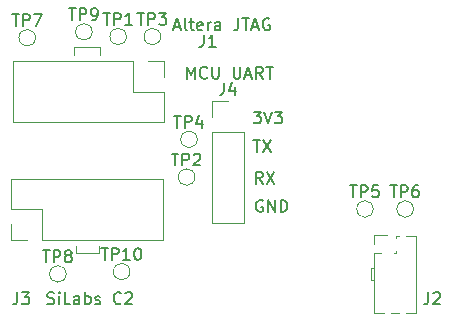
<source format=gto>
%TF.GenerationSoftware,KiCad,Pcbnew,5.1.8-db9833491~88~ubuntu20.04.1*%
%TF.CreationDate,2021-01-24T20:33:40-05:00*%
%TF.ProjectId,v2.1_breakout,76322e31-5f62-4726-9561-6b6f75742e6b,rev?*%
%TF.SameCoordinates,Original*%
%TF.FileFunction,Legend,Top*%
%TF.FilePolarity,Positive*%
%FSLAX46Y46*%
G04 Gerber Fmt 4.6, Leading zero omitted, Abs format (unit mm)*
G04 Created by KiCad (PCBNEW 5.1.8-db9833491~88~ubuntu20.04.1) date 2021-01-24 20:33:40*
%MOMM*%
%LPD*%
G01*
G04 APERTURE LIST*
%ADD10C,0.120000*%
%ADD11C,0.150000*%
G04 APERTURE END LIST*
D10*
X73800000Y-169000000D02*
X74000000Y-169000000D01*
X73800000Y-168000000D02*
X73800000Y-169000000D01*
X74000000Y-168000000D02*
X73800000Y-168000000D01*
D11*
X64638095Y-162300000D02*
X64542857Y-162252380D01*
X64400000Y-162252380D01*
X64257142Y-162300000D01*
X64161904Y-162395238D01*
X64114285Y-162490476D01*
X64066666Y-162680952D01*
X64066666Y-162823809D01*
X64114285Y-163014285D01*
X64161904Y-163109523D01*
X64257142Y-163204761D01*
X64400000Y-163252380D01*
X64495238Y-163252380D01*
X64638095Y-163204761D01*
X64685714Y-163157142D01*
X64685714Y-162823809D01*
X64495238Y-162823809D01*
X65114285Y-163252380D02*
X65114285Y-162252380D01*
X65685714Y-163252380D01*
X65685714Y-162252380D01*
X66161904Y-163252380D02*
X66161904Y-162252380D01*
X66400000Y-162252380D01*
X66542857Y-162300000D01*
X66638095Y-162395238D01*
X66685714Y-162490476D01*
X66733333Y-162680952D01*
X66733333Y-162823809D01*
X66685714Y-163014285D01*
X66638095Y-163109523D01*
X66542857Y-163204761D01*
X66400000Y-163252380D01*
X66161904Y-163252380D01*
X63861904Y-154752380D02*
X64480952Y-154752380D01*
X64147619Y-155133333D01*
X64290476Y-155133333D01*
X64385714Y-155180952D01*
X64433333Y-155228571D01*
X64480952Y-155323809D01*
X64480952Y-155561904D01*
X64433333Y-155657142D01*
X64385714Y-155704761D01*
X64290476Y-155752380D01*
X64004761Y-155752380D01*
X63909523Y-155704761D01*
X63861904Y-155657142D01*
X64766666Y-154752380D02*
X65100000Y-155752380D01*
X65433333Y-154752380D01*
X65671428Y-154752380D02*
X66290476Y-154752380D01*
X65957142Y-155133333D01*
X66100000Y-155133333D01*
X66195238Y-155180952D01*
X66242857Y-155228571D01*
X66290476Y-155323809D01*
X66290476Y-155561904D01*
X66242857Y-155657142D01*
X66195238Y-155704761D01*
X66100000Y-155752380D01*
X65814285Y-155752380D01*
X65719047Y-155704761D01*
X65671428Y-155657142D01*
X64633333Y-160852380D02*
X64300000Y-160376190D01*
X64061904Y-160852380D02*
X64061904Y-159852380D01*
X64442857Y-159852380D01*
X64538095Y-159900000D01*
X64585714Y-159947619D01*
X64633333Y-160042857D01*
X64633333Y-160185714D01*
X64585714Y-160280952D01*
X64538095Y-160328571D01*
X64442857Y-160376190D01*
X64061904Y-160376190D01*
X64966666Y-159852380D02*
X65633333Y-160852380D01*
X65633333Y-159852380D02*
X64966666Y-160852380D01*
X63838095Y-157152380D02*
X64409523Y-157152380D01*
X64123809Y-158152380D02*
X64123809Y-157152380D01*
X64647619Y-157152380D02*
X65314285Y-158152380D01*
X65314285Y-157152380D02*
X64647619Y-158152380D01*
X58228571Y-151952380D02*
X58228571Y-150952380D01*
X58561904Y-151666666D01*
X58895238Y-150952380D01*
X58895238Y-151952380D01*
X59942857Y-151857142D02*
X59895238Y-151904761D01*
X59752380Y-151952380D01*
X59657142Y-151952380D01*
X59514285Y-151904761D01*
X59419047Y-151809523D01*
X59371428Y-151714285D01*
X59323809Y-151523809D01*
X59323809Y-151380952D01*
X59371428Y-151190476D01*
X59419047Y-151095238D01*
X59514285Y-151000000D01*
X59657142Y-150952380D01*
X59752380Y-150952380D01*
X59895238Y-151000000D01*
X59942857Y-151047619D01*
X60371428Y-150952380D02*
X60371428Y-151761904D01*
X60419047Y-151857142D01*
X60466666Y-151904761D01*
X60561904Y-151952380D01*
X60752380Y-151952380D01*
X60847619Y-151904761D01*
X60895238Y-151857142D01*
X60942857Y-151761904D01*
X60942857Y-150952380D01*
X62180952Y-150952380D02*
X62180952Y-151761904D01*
X62228571Y-151857142D01*
X62276190Y-151904761D01*
X62371428Y-151952380D01*
X62561904Y-151952380D01*
X62657142Y-151904761D01*
X62704761Y-151857142D01*
X62752380Y-151761904D01*
X62752380Y-150952380D01*
X63180952Y-151666666D02*
X63657142Y-151666666D01*
X63085714Y-151952380D02*
X63419047Y-150952380D01*
X63752380Y-151952380D01*
X64657142Y-151952380D02*
X64323809Y-151476190D01*
X64085714Y-151952380D02*
X64085714Y-150952380D01*
X64466666Y-150952380D01*
X64561904Y-151000000D01*
X64609523Y-151047619D01*
X64657142Y-151142857D01*
X64657142Y-151285714D01*
X64609523Y-151380952D01*
X64561904Y-151428571D01*
X64466666Y-151476190D01*
X64085714Y-151476190D01*
X64942857Y-150952380D02*
X65514285Y-150952380D01*
X65228571Y-151952380D02*
X65228571Y-150952380D01*
D10*
X50800000Y-166700000D02*
X50800000Y-166100000D01*
X48800000Y-166700000D02*
X50800000Y-166700000D01*
X48800000Y-166100000D02*
X48800000Y-166700000D01*
X50900000Y-149300000D02*
X50900000Y-150000000D01*
X48700000Y-149300000D02*
X50900000Y-149300000D01*
X48700000Y-150000000D02*
X48700000Y-149300000D01*
D11*
X46404761Y-171004761D02*
X46547619Y-171052380D01*
X46785714Y-171052380D01*
X46880952Y-171004761D01*
X46928571Y-170957142D01*
X46976190Y-170861904D01*
X46976190Y-170766666D01*
X46928571Y-170671428D01*
X46880952Y-170623809D01*
X46785714Y-170576190D01*
X46595238Y-170528571D01*
X46500000Y-170480952D01*
X46452380Y-170433333D01*
X46404761Y-170338095D01*
X46404761Y-170242857D01*
X46452380Y-170147619D01*
X46500000Y-170100000D01*
X46595238Y-170052380D01*
X46833333Y-170052380D01*
X46976190Y-170100000D01*
X47404761Y-171052380D02*
X47404761Y-170385714D01*
X47404761Y-170052380D02*
X47357142Y-170100000D01*
X47404761Y-170147619D01*
X47452380Y-170100000D01*
X47404761Y-170052380D01*
X47404761Y-170147619D01*
X48357142Y-171052380D02*
X47880952Y-171052380D01*
X47880952Y-170052380D01*
X49119047Y-171052380D02*
X49119047Y-170528571D01*
X49071428Y-170433333D01*
X48976190Y-170385714D01*
X48785714Y-170385714D01*
X48690476Y-170433333D01*
X49119047Y-171004761D02*
X49023809Y-171052380D01*
X48785714Y-171052380D01*
X48690476Y-171004761D01*
X48642857Y-170909523D01*
X48642857Y-170814285D01*
X48690476Y-170719047D01*
X48785714Y-170671428D01*
X49023809Y-170671428D01*
X49119047Y-170623809D01*
X49595238Y-171052380D02*
X49595238Y-170052380D01*
X49595238Y-170433333D02*
X49690476Y-170385714D01*
X49880952Y-170385714D01*
X49976190Y-170433333D01*
X50023809Y-170480952D01*
X50071428Y-170576190D01*
X50071428Y-170861904D01*
X50023809Y-170957142D01*
X49976190Y-171004761D01*
X49880952Y-171052380D01*
X49690476Y-171052380D01*
X49595238Y-171004761D01*
X50452380Y-171004761D02*
X50547619Y-171052380D01*
X50738095Y-171052380D01*
X50833333Y-171004761D01*
X50880952Y-170909523D01*
X50880952Y-170861904D01*
X50833333Y-170766666D01*
X50738095Y-170719047D01*
X50595238Y-170719047D01*
X50500000Y-170671428D01*
X50452380Y-170576190D01*
X50452380Y-170528571D01*
X50500000Y-170433333D01*
X50595238Y-170385714D01*
X50738095Y-170385714D01*
X50833333Y-170433333D01*
X52642857Y-170957142D02*
X52595238Y-171004761D01*
X52452380Y-171052380D01*
X52357142Y-171052380D01*
X52214285Y-171004761D01*
X52119047Y-170909523D01*
X52071428Y-170814285D01*
X52023809Y-170623809D01*
X52023809Y-170480952D01*
X52071428Y-170290476D01*
X52119047Y-170195238D01*
X52214285Y-170100000D01*
X52357142Y-170052380D01*
X52452380Y-170052380D01*
X52595238Y-170100000D01*
X52642857Y-170147619D01*
X53023809Y-170147619D02*
X53071428Y-170100000D01*
X53166666Y-170052380D01*
X53404761Y-170052380D01*
X53500000Y-170100000D01*
X53547619Y-170147619D01*
X53595238Y-170242857D01*
X53595238Y-170338095D01*
X53547619Y-170480952D01*
X52976190Y-171052380D01*
X53595238Y-171052380D01*
X57152380Y-147566666D02*
X57628571Y-147566666D01*
X57057142Y-147852380D02*
X57390476Y-146852380D01*
X57723809Y-147852380D01*
X58200000Y-147852380D02*
X58104761Y-147804761D01*
X58057142Y-147709523D01*
X58057142Y-146852380D01*
X58438095Y-147185714D02*
X58819047Y-147185714D01*
X58580952Y-146852380D02*
X58580952Y-147709523D01*
X58628571Y-147804761D01*
X58723809Y-147852380D01*
X58819047Y-147852380D01*
X59533333Y-147804761D02*
X59438095Y-147852380D01*
X59247619Y-147852380D01*
X59152380Y-147804761D01*
X59104761Y-147709523D01*
X59104761Y-147328571D01*
X59152380Y-147233333D01*
X59247619Y-147185714D01*
X59438095Y-147185714D01*
X59533333Y-147233333D01*
X59580952Y-147328571D01*
X59580952Y-147423809D01*
X59104761Y-147519047D01*
X60009523Y-147852380D02*
X60009523Y-147185714D01*
X60009523Y-147376190D02*
X60057142Y-147280952D01*
X60104761Y-147233333D01*
X60200000Y-147185714D01*
X60295238Y-147185714D01*
X61057142Y-147852380D02*
X61057142Y-147328571D01*
X61009523Y-147233333D01*
X60914285Y-147185714D01*
X60723809Y-147185714D01*
X60628571Y-147233333D01*
X61057142Y-147804761D02*
X60961904Y-147852380D01*
X60723809Y-147852380D01*
X60628571Y-147804761D01*
X60580952Y-147709523D01*
X60580952Y-147614285D01*
X60628571Y-147519047D01*
X60723809Y-147471428D01*
X60961904Y-147471428D01*
X61057142Y-147423809D01*
X62580952Y-146852380D02*
X62580952Y-147566666D01*
X62533333Y-147709523D01*
X62438095Y-147804761D01*
X62295238Y-147852380D01*
X62200000Y-147852380D01*
X62914285Y-146852380D02*
X63485714Y-146852380D01*
X63200000Y-147852380D02*
X63200000Y-146852380D01*
X63771428Y-147566666D02*
X64247619Y-147566666D01*
X63676190Y-147852380D02*
X64009523Y-146852380D01*
X64342857Y-147852380D01*
X65200000Y-146900000D02*
X65104761Y-146852380D01*
X64961904Y-146852380D01*
X64819047Y-146900000D01*
X64723809Y-146995238D01*
X64676190Y-147090476D01*
X64628571Y-147280952D01*
X64628571Y-147423809D01*
X64676190Y-147614285D01*
X64723809Y-147709523D01*
X64819047Y-147804761D01*
X64961904Y-147852380D01*
X65057142Y-147852380D01*
X65200000Y-147804761D01*
X65247619Y-147757142D01*
X65247619Y-147423809D01*
X65057142Y-147423809D01*
D10*
%TO.C,J2*%
X74070000Y-171775000D02*
X74892470Y-171775000D01*
X76777530Y-171775000D02*
X77600000Y-171775000D01*
X75507530Y-171775000D02*
X76162470Y-171775000D01*
X74070000Y-166760000D02*
X74070000Y-171775000D01*
X77600000Y-165305000D02*
X77600000Y-171775000D01*
X74070000Y-166760000D02*
X74636529Y-166760000D01*
X75763471Y-166760000D02*
X75906529Y-166760000D01*
X75960000Y-166706529D02*
X75960000Y-166563471D01*
X75960000Y-165436529D02*
X75960000Y-165305000D01*
X75960000Y-165305000D02*
X76162470Y-165305000D01*
X76777530Y-165305000D02*
X77600000Y-165305000D01*
X74070000Y-166000000D02*
X74070000Y-165240000D01*
X74070000Y-165240000D02*
X75200000Y-165240000D01*
%TO.C,TP10*%
X53400000Y-168300000D02*
G75*
G03*
X53400000Y-168300000I-700000J0D01*
G01*
%TO.C,TP9*%
X50200000Y-148000000D02*
G75*
G03*
X50200000Y-148000000I-700000J0D01*
G01*
%TO.C,TP8*%
X48000000Y-168500000D02*
G75*
G03*
X48000000Y-168500000I-700000J0D01*
G01*
%TO.C,TP7*%
X45400000Y-148500000D02*
G75*
G03*
X45400000Y-148500000I-700000J0D01*
G01*
%TO.C,TP6*%
X77400000Y-163000000D02*
G75*
G03*
X77400000Y-163000000I-700000J0D01*
G01*
%TO.C,TP5*%
X74000000Y-163000000D02*
G75*
G03*
X74000000Y-163000000I-700000J0D01*
G01*
%TO.C,TP4*%
X59100000Y-157100000D02*
G75*
G03*
X59100000Y-157100000I-700000J0D01*
G01*
%TO.C,TP3*%
X56000000Y-148400000D02*
G75*
G03*
X56000000Y-148400000I-700000J0D01*
G01*
%TO.C,TP2*%
X58900000Y-160300000D02*
G75*
G03*
X58900000Y-160300000I-700000J0D01*
G01*
%TO.C,TP1*%
X53100000Y-148400000D02*
G75*
G03*
X53100000Y-148400000I-700000J0D01*
G01*
%TO.C,J4*%
X60370000Y-153870000D02*
X61700000Y-153870000D01*
X60370000Y-155200000D02*
X60370000Y-153870000D01*
X60370000Y-156470000D02*
X63030000Y-156470000D01*
X63030000Y-156470000D02*
X63030000Y-164150000D01*
X60370000Y-156470000D02*
X60370000Y-164150000D01*
X60370000Y-164150000D02*
X63030000Y-164150000D01*
%TO.C,J3*%
X43370000Y-165630000D02*
X43370000Y-164300000D01*
X44700000Y-165630000D02*
X43370000Y-165630000D01*
X43370000Y-163030000D02*
X43370000Y-160430000D01*
X45970000Y-163030000D02*
X43370000Y-163030000D01*
X45970000Y-165630000D02*
X45970000Y-163030000D01*
X43370000Y-160430000D02*
X56190000Y-160430000D01*
X45970000Y-165630000D02*
X56190000Y-165630000D01*
X56190000Y-165630000D02*
X56190000Y-160430000D01*
%TO.C,J1*%
X56300000Y-150470000D02*
X56300000Y-151800000D01*
X54970000Y-150470000D02*
X56300000Y-150470000D01*
X56300000Y-153070000D02*
X56300000Y-155670000D01*
X53700000Y-153070000D02*
X56300000Y-153070000D01*
X53700000Y-150470000D02*
X53700000Y-153070000D01*
X56300000Y-155670000D02*
X43480000Y-155670000D01*
X53700000Y-150470000D02*
X43480000Y-150470000D01*
X43480000Y-150470000D02*
X43480000Y-155670000D01*
%TO.C,J2*%
D11*
X78666666Y-170052380D02*
X78666666Y-170766666D01*
X78619047Y-170909523D01*
X78523809Y-171004761D01*
X78380952Y-171052380D01*
X78285714Y-171052380D01*
X79095238Y-170147619D02*
X79142857Y-170100000D01*
X79238095Y-170052380D01*
X79476190Y-170052380D01*
X79571428Y-170100000D01*
X79619047Y-170147619D01*
X79666666Y-170242857D01*
X79666666Y-170338095D01*
X79619047Y-170480952D01*
X79047619Y-171052380D01*
X79666666Y-171052380D01*
%TO.C,TP10*%
X50961904Y-166304380D02*
X51533333Y-166304380D01*
X51247619Y-167304380D02*
X51247619Y-166304380D01*
X51866666Y-167304380D02*
X51866666Y-166304380D01*
X52247619Y-166304380D01*
X52342857Y-166352000D01*
X52390476Y-166399619D01*
X52438095Y-166494857D01*
X52438095Y-166637714D01*
X52390476Y-166732952D01*
X52342857Y-166780571D01*
X52247619Y-166828190D01*
X51866666Y-166828190D01*
X53390476Y-167304380D02*
X52819047Y-167304380D01*
X53104761Y-167304380D02*
X53104761Y-166304380D01*
X53009523Y-166447238D01*
X52914285Y-166542476D01*
X52819047Y-166590095D01*
X54009523Y-166304380D02*
X54104761Y-166304380D01*
X54200000Y-166352000D01*
X54247619Y-166399619D01*
X54295238Y-166494857D01*
X54342857Y-166685333D01*
X54342857Y-166923428D01*
X54295238Y-167113904D01*
X54247619Y-167209142D01*
X54200000Y-167256761D01*
X54104761Y-167304380D01*
X54009523Y-167304380D01*
X53914285Y-167256761D01*
X53866666Y-167209142D01*
X53819047Y-167113904D01*
X53771428Y-166923428D01*
X53771428Y-166685333D01*
X53819047Y-166494857D01*
X53866666Y-166399619D01*
X53914285Y-166352000D01*
X54009523Y-166304380D01*
%TO.C,TP9*%
X48238095Y-146004380D02*
X48809523Y-146004380D01*
X48523809Y-147004380D02*
X48523809Y-146004380D01*
X49142857Y-147004380D02*
X49142857Y-146004380D01*
X49523809Y-146004380D01*
X49619047Y-146052000D01*
X49666666Y-146099619D01*
X49714285Y-146194857D01*
X49714285Y-146337714D01*
X49666666Y-146432952D01*
X49619047Y-146480571D01*
X49523809Y-146528190D01*
X49142857Y-146528190D01*
X50190476Y-147004380D02*
X50380952Y-147004380D01*
X50476190Y-146956761D01*
X50523809Y-146909142D01*
X50619047Y-146766285D01*
X50666666Y-146575809D01*
X50666666Y-146194857D01*
X50619047Y-146099619D01*
X50571428Y-146052000D01*
X50476190Y-146004380D01*
X50285714Y-146004380D01*
X50190476Y-146052000D01*
X50142857Y-146099619D01*
X50095238Y-146194857D01*
X50095238Y-146432952D01*
X50142857Y-146528190D01*
X50190476Y-146575809D01*
X50285714Y-146623428D01*
X50476190Y-146623428D01*
X50571428Y-146575809D01*
X50619047Y-146528190D01*
X50666666Y-146432952D01*
%TO.C,TP8*%
X46038095Y-166504380D02*
X46609523Y-166504380D01*
X46323809Y-167504380D02*
X46323809Y-166504380D01*
X46942857Y-167504380D02*
X46942857Y-166504380D01*
X47323809Y-166504380D01*
X47419047Y-166552000D01*
X47466666Y-166599619D01*
X47514285Y-166694857D01*
X47514285Y-166837714D01*
X47466666Y-166932952D01*
X47419047Y-166980571D01*
X47323809Y-167028190D01*
X46942857Y-167028190D01*
X48085714Y-166932952D02*
X47990476Y-166885333D01*
X47942857Y-166837714D01*
X47895238Y-166742476D01*
X47895238Y-166694857D01*
X47942857Y-166599619D01*
X47990476Y-166552000D01*
X48085714Y-166504380D01*
X48276190Y-166504380D01*
X48371428Y-166552000D01*
X48419047Y-166599619D01*
X48466666Y-166694857D01*
X48466666Y-166742476D01*
X48419047Y-166837714D01*
X48371428Y-166885333D01*
X48276190Y-166932952D01*
X48085714Y-166932952D01*
X47990476Y-166980571D01*
X47942857Y-167028190D01*
X47895238Y-167123428D01*
X47895238Y-167313904D01*
X47942857Y-167409142D01*
X47990476Y-167456761D01*
X48085714Y-167504380D01*
X48276190Y-167504380D01*
X48371428Y-167456761D01*
X48419047Y-167409142D01*
X48466666Y-167313904D01*
X48466666Y-167123428D01*
X48419047Y-167028190D01*
X48371428Y-166980571D01*
X48276190Y-166932952D01*
%TO.C,TP7*%
X43438095Y-146504380D02*
X44009523Y-146504380D01*
X43723809Y-147504380D02*
X43723809Y-146504380D01*
X44342857Y-147504380D02*
X44342857Y-146504380D01*
X44723809Y-146504380D01*
X44819047Y-146552000D01*
X44866666Y-146599619D01*
X44914285Y-146694857D01*
X44914285Y-146837714D01*
X44866666Y-146932952D01*
X44819047Y-146980571D01*
X44723809Y-147028190D01*
X44342857Y-147028190D01*
X45247619Y-146504380D02*
X45914285Y-146504380D01*
X45485714Y-147504380D01*
%TO.C,TP6*%
X75438095Y-161004380D02*
X76009523Y-161004380D01*
X75723809Y-162004380D02*
X75723809Y-161004380D01*
X76342857Y-162004380D02*
X76342857Y-161004380D01*
X76723809Y-161004380D01*
X76819047Y-161052000D01*
X76866666Y-161099619D01*
X76914285Y-161194857D01*
X76914285Y-161337714D01*
X76866666Y-161432952D01*
X76819047Y-161480571D01*
X76723809Y-161528190D01*
X76342857Y-161528190D01*
X77771428Y-161004380D02*
X77580952Y-161004380D01*
X77485714Y-161052000D01*
X77438095Y-161099619D01*
X77342857Y-161242476D01*
X77295238Y-161432952D01*
X77295238Y-161813904D01*
X77342857Y-161909142D01*
X77390476Y-161956761D01*
X77485714Y-162004380D01*
X77676190Y-162004380D01*
X77771428Y-161956761D01*
X77819047Y-161909142D01*
X77866666Y-161813904D01*
X77866666Y-161575809D01*
X77819047Y-161480571D01*
X77771428Y-161432952D01*
X77676190Y-161385333D01*
X77485714Y-161385333D01*
X77390476Y-161432952D01*
X77342857Y-161480571D01*
X77295238Y-161575809D01*
%TO.C,TP5*%
X72038095Y-161004380D02*
X72609523Y-161004380D01*
X72323809Y-162004380D02*
X72323809Y-161004380D01*
X72942857Y-162004380D02*
X72942857Y-161004380D01*
X73323809Y-161004380D01*
X73419047Y-161052000D01*
X73466666Y-161099619D01*
X73514285Y-161194857D01*
X73514285Y-161337714D01*
X73466666Y-161432952D01*
X73419047Y-161480571D01*
X73323809Y-161528190D01*
X72942857Y-161528190D01*
X74419047Y-161004380D02*
X73942857Y-161004380D01*
X73895238Y-161480571D01*
X73942857Y-161432952D01*
X74038095Y-161385333D01*
X74276190Y-161385333D01*
X74371428Y-161432952D01*
X74419047Y-161480571D01*
X74466666Y-161575809D01*
X74466666Y-161813904D01*
X74419047Y-161909142D01*
X74371428Y-161956761D01*
X74276190Y-162004380D01*
X74038095Y-162004380D01*
X73942857Y-161956761D01*
X73895238Y-161909142D01*
%TO.C,TP4*%
X57138095Y-155104380D02*
X57709523Y-155104380D01*
X57423809Y-156104380D02*
X57423809Y-155104380D01*
X58042857Y-156104380D02*
X58042857Y-155104380D01*
X58423809Y-155104380D01*
X58519047Y-155152000D01*
X58566666Y-155199619D01*
X58614285Y-155294857D01*
X58614285Y-155437714D01*
X58566666Y-155532952D01*
X58519047Y-155580571D01*
X58423809Y-155628190D01*
X58042857Y-155628190D01*
X59471428Y-155437714D02*
X59471428Y-156104380D01*
X59233333Y-155056761D02*
X58995238Y-155771047D01*
X59614285Y-155771047D01*
%TO.C,TP3*%
X54038095Y-146404380D02*
X54609523Y-146404380D01*
X54323809Y-147404380D02*
X54323809Y-146404380D01*
X54942857Y-147404380D02*
X54942857Y-146404380D01*
X55323809Y-146404380D01*
X55419047Y-146452000D01*
X55466666Y-146499619D01*
X55514285Y-146594857D01*
X55514285Y-146737714D01*
X55466666Y-146832952D01*
X55419047Y-146880571D01*
X55323809Y-146928190D01*
X54942857Y-146928190D01*
X55847619Y-146404380D02*
X56466666Y-146404380D01*
X56133333Y-146785333D01*
X56276190Y-146785333D01*
X56371428Y-146832952D01*
X56419047Y-146880571D01*
X56466666Y-146975809D01*
X56466666Y-147213904D01*
X56419047Y-147309142D01*
X56371428Y-147356761D01*
X56276190Y-147404380D01*
X55990476Y-147404380D01*
X55895238Y-147356761D01*
X55847619Y-147309142D01*
%TO.C,TP2*%
X56938095Y-158304380D02*
X57509523Y-158304380D01*
X57223809Y-159304380D02*
X57223809Y-158304380D01*
X57842857Y-159304380D02*
X57842857Y-158304380D01*
X58223809Y-158304380D01*
X58319047Y-158352000D01*
X58366666Y-158399619D01*
X58414285Y-158494857D01*
X58414285Y-158637714D01*
X58366666Y-158732952D01*
X58319047Y-158780571D01*
X58223809Y-158828190D01*
X57842857Y-158828190D01*
X58795238Y-158399619D02*
X58842857Y-158352000D01*
X58938095Y-158304380D01*
X59176190Y-158304380D01*
X59271428Y-158352000D01*
X59319047Y-158399619D01*
X59366666Y-158494857D01*
X59366666Y-158590095D01*
X59319047Y-158732952D01*
X58747619Y-159304380D01*
X59366666Y-159304380D01*
%TO.C,TP1*%
X51138095Y-146404380D02*
X51709523Y-146404380D01*
X51423809Y-147404380D02*
X51423809Y-146404380D01*
X52042857Y-147404380D02*
X52042857Y-146404380D01*
X52423809Y-146404380D01*
X52519047Y-146452000D01*
X52566666Y-146499619D01*
X52614285Y-146594857D01*
X52614285Y-146737714D01*
X52566666Y-146832952D01*
X52519047Y-146880571D01*
X52423809Y-146928190D01*
X52042857Y-146928190D01*
X53566666Y-147404380D02*
X52995238Y-147404380D01*
X53280952Y-147404380D02*
X53280952Y-146404380D01*
X53185714Y-146547238D01*
X53090476Y-146642476D01*
X52995238Y-146690095D01*
%TO.C,J4*%
X61366666Y-152322380D02*
X61366666Y-153036666D01*
X61319047Y-153179523D01*
X61223809Y-153274761D01*
X61080952Y-153322380D01*
X60985714Y-153322380D01*
X62271428Y-152655714D02*
X62271428Y-153322380D01*
X62033333Y-152274761D02*
X61795238Y-152989047D01*
X62414285Y-152989047D01*
%TO.C,J3*%
X43866666Y-170052380D02*
X43866666Y-170766666D01*
X43819047Y-170909523D01*
X43723809Y-171004761D01*
X43580952Y-171052380D01*
X43485714Y-171052380D01*
X44247619Y-170052380D02*
X44866666Y-170052380D01*
X44533333Y-170433333D01*
X44676190Y-170433333D01*
X44771428Y-170480952D01*
X44819047Y-170528571D01*
X44866666Y-170623809D01*
X44866666Y-170861904D01*
X44819047Y-170957142D01*
X44771428Y-171004761D01*
X44676190Y-171052380D01*
X44390476Y-171052380D01*
X44295238Y-171004761D01*
X44247619Y-170957142D01*
%TO.C,J1*%
X59666666Y-148252380D02*
X59666666Y-148966666D01*
X59619047Y-149109523D01*
X59523809Y-149204761D01*
X59380952Y-149252380D01*
X59285714Y-149252380D01*
X60666666Y-149252380D02*
X60095238Y-149252380D01*
X60380952Y-149252380D02*
X60380952Y-148252380D01*
X60285714Y-148395238D01*
X60190476Y-148490476D01*
X60095238Y-148538095D01*
%TD*%
M02*

</source>
